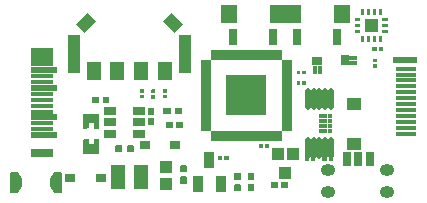
<source format=gtp>
G04 Layer: TopPasteMaskLayer*
G04 EasyEDA Pro v2.2.20.11, 2024-05-07 19:26:09*
G04 Gerber Generator version 0.3*
G04 Scale: 100 percent, Rotated: No, Reflected: No*
G04 Dimensions in millimeters*
G04 Leading zeros omitted, absolute positions, 3 integers and 5 decimals*
%FSLAX35Y35*%
%MOMM*%
%AMRect*21,1,$1,$2,0,0,$3*%
%ADD10C,0.4032*%
%ADD11R,0.65321X0.45321*%
%ADD12R,0.65321X0.9032*%
%ADD13R,0.45321X0.65321*%
%ADD14R,0.9032X0.65321*%
%ADD15R,1.1032X3.20319*%
%ADD16R,1.2032X1.5032*%
%ADD17Rect,1.4012X1.0032X45.0*%
%ADD18Rect,1.4032X1.0032X45.0*%
%ADD19Rect,1.4032X1.0032X-45.0*%
%ADD20R,0.8032X1.4032*%
%ADD21R,1.4032X1.5032*%
%ADD22R,1.0032X0.7352*%
%ADD23R,1.1032X1.0032*%
%ADD24R,0.9032X1.45321*%
%ADD25R,0.48321X0.9032*%
%ADD26R,0.9032X0.48321*%
%ADD27R,3.5052X3.5052*%
%ADD28R,1.26319X1.1332*%
%ADD29O,0.48321X1.82321*%
%ADD30R,1.0032X1.1032*%
%ADD31R,0.7032X1.2032*%
%ADD32O,1.2032X1.0032*%
%ADD33R,2.0X0.6*%
%ADD34R,1.8X0.3*%
%ADD35R,0.9X0.7*%
%ADD36R,0.9X0.7*%
%ADD37R,1.2032X2.0732*%
%ADD38R,2.2032X0.6032*%
%ADD39R,1.9032X0.45321*%
%ADD40R,1.9032X0.45321*%
%ADD41R,2.2032X0.6032*%
%ADD42R,1.9032X1.5032*%
%ADD43R,1.9032X0.8032*%
G75*


G04 PolygonModel Start*
G36*
G01X3022724Y9393217D02*
G01X3050324Y9393217D01*
G01X3052724Y9390817D01*
G01X3052724Y9364403D01*
G01X3050324Y9362006D01*
G01X3022724Y9362006D01*
G01X3020324Y9364403D01*
G01X3020324Y9390817D01*
G01X3022724Y9393217D01*
G37*
G36*
G01X3022724Y9409417D02*
G01X3050324Y9409417D01*
G01X3052724Y9411818D01*
G01X3052724Y9438231D01*
G01X3050324Y9440629D01*
G01X3022724Y9440629D01*
G01X3020324Y9438231D01*
G01X3020324Y9411818D01*
G01X3022724Y9409417D01*
G37*
G36*
G01X4992721Y9650717D02*
G01X5020320Y9650717D01*
G01X5022720Y9648317D01*
G01X5022720Y9621904D01*
G01X5020320Y9619506D01*
G01X4992721Y9619506D01*
G01X4990320Y9621904D01*
G01X4990320Y9648317D01*
G01X4992721Y9650717D01*
G37*
G36*
G01X4992721Y9666917D02*
G01X5020320Y9666917D01*
G01X5022720Y9669318D01*
G01X5022720Y9695731D01*
G01X5020320Y9698129D01*
G01X4992721Y9698129D01*
G01X4990320Y9695731D01*
G01X4990320Y9669318D01*
G01X4992721Y9666917D01*
G37*
G36*
G01X4375922Y9595117D02*
G01X4375922Y9567517D01*
G01X4373522Y9565117D01*
G01X4347108Y9565117D01*
G01X4344711Y9567517D01*
G01X4344711Y9595117D01*
G01X4347108Y9597517D01*
G01X4373522Y9597517D01*
G01X4375922Y9595117D01*
G37*
G36*
G01X4392122Y9595117D02*
G01X4392122Y9567517D01*
G01X4394523Y9565117D01*
G01X4420936Y9565117D01*
G01X4423334Y9567517D01*
G01X4423334Y9595117D01*
G01X4420936Y9597517D01*
G01X4394523Y9597517D01*
G01X4392122Y9595117D01*
G37*
G36*
G01X4375922Y9505117D02*
G01X4375922Y9477517D01*
G01X4373522Y9475117D01*
G01X4347108Y9475117D01*
G01X4344711Y9477517D01*
G01X4344711Y9505117D01*
G01X4347108Y9507517D01*
G01X4373522Y9507517D01*
G01X4375922Y9505117D01*
G37*
G36*
G01X4392122Y9505117D02*
G01X4392122Y9477517D01*
G01X4394523Y9475117D01*
G01X4420936Y9475117D01*
G01X4423334Y9477517D01*
G01X4423334Y9505117D01*
G01X4420936Y9507517D01*
G01X4394523Y9507517D01*
G01X4392122Y9505117D01*
G37*
G36*
G01X4058422Y8972619D02*
G01X4058422Y8945019D01*
G01X4056022Y8942619D01*
G01X4029608Y8942619D01*
G01X4027211Y8945019D01*
G01X4027211Y8972619D01*
G01X4029608Y8975019D01*
G01X4056022Y8975019D01*
G01X4058422Y8972619D01*
G37*
G36*
G01X4074622Y8972619D02*
G01X4074622Y8945019D01*
G01X4077023Y8942619D01*
G01X4103436Y8942619D01*
G01X4105834Y8945019D01*
G01X4105834Y8972619D01*
G01X4103436Y8975019D01*
G01X4077023Y8975019D01*
G01X4074622Y8972619D01*
G37*
G36*
G01X3212724Y9393217D02*
G01X3240324Y9393217D01*
G01X3242724Y9390817D01*
G01X3242724Y9364403D01*
G01X3240324Y9362006D01*
G01X3212724Y9362006D01*
G01X3210324Y9364403D01*
G01X3210324Y9390817D01*
G01X3212724Y9393217D01*
G37*
G36*
G01X3212724Y9409417D02*
G01X3240324Y9409417D01*
G01X3242724Y9411818D01*
G01X3242724Y9438231D01*
G01X3240324Y9440629D01*
G01X3212724Y9440629D01*
G01X3210324Y9438231D01*
G01X3210324Y9411818D01*
G01X3212724Y9409417D01*
G37*
G36*
G01X3116085Y9389900D02*
G01X3143684Y9389900D01*
G01X3146085Y9387500D01*
G01X3146085Y9361086D01*
G01X3143684Y9358688D01*
G01X3116085Y9358688D01*
G01X3113684Y9361086D01*
G01X3113684Y9387500D01*
G01X3116085Y9389900D01*
G37*
G36*
G01X3116085Y9406100D02*
G01X3143684Y9406100D01*
G01X3146085Y9408500D01*
G01X3146085Y9434914D01*
G01X3143684Y9437312D01*
G01X3116085Y9437312D01*
G01X3113684Y9434914D01*
G01X3113684Y9408500D01*
G01X3116085Y9406100D01*
G37*
G36*
G01X4188023Y8651819D02*
G01X4188023Y8605820D01*
G01X4184023Y8601819D01*
G01X4133959Y8601819D01*
G01X4129959Y8605820D01*
G01X4129959Y8651819D01*
G01X4133959Y8655820D01*
G01X4184023Y8655820D01*
G01X4188023Y8651819D01*
G37*
G36*
G01X4215023Y8651819D02*
G01X4215023Y8605820D01*
G01X4219024Y8601819D01*
G01X4269087Y8601819D01*
G01X4273088Y8605820D01*
G01X4273088Y8651819D01*
G01X4269087Y8655820D01*
G01X4219024Y8655820D01*
G01X4215023Y8651819D01*
G37*
G36*
G01X3088500Y9194000D02*
G01X3134500Y9194000D01*
G01X3138500Y9189999D01*
G01X3138500Y9139936D01*
G01X3134500Y9135936D01*
G01X3088500Y9135936D01*
G01X3084500Y9139936D01*
G01X3084500Y9189999D01*
G01X3088500Y9194000D01*
G37*
G36*
G01X3088500Y9221000D02*
G01X3134500Y9221000D01*
G01X3138500Y9225001D01*
G01X3138500Y9275064D01*
G01X3134500Y9279065D01*
G01X3088500Y9279065D01*
G01X3084500Y9275064D01*
G01X3084500Y9225001D01*
G01X3088500Y9221000D01*
G37*
G36*
G01X3293224Y9159319D02*
G01X3293224Y9113319D01*
G01X3289224Y9109319D01*
G01X3239160Y9109319D01*
G01X3235160Y9113319D01*
G01X3235160Y9159319D01*
G01X3239160Y9163319D01*
G01X3289224Y9163319D01*
G01X3293224Y9159319D01*
G37*
G36*
G01X3320225Y9159319D02*
G01X3320225Y9113319D01*
G01X3324225Y9109319D01*
G01X3374288Y9109319D01*
G01X3378289Y9113319D01*
G01X3378289Y9159319D01*
G01X3374288Y9163319D01*
G01X3324225Y9163319D01*
G01X3320225Y9159319D01*
G37*
G36*
G01X2673025Y9369318D02*
G01X2673025Y9323319D01*
G01X2669024Y9319318D01*
G01X2618961Y9319318D01*
G01X2614960Y9323319D01*
G01X2614960Y9369318D01*
G01X2618961Y9373319D01*
G01X2669024Y9373319D01*
G01X2673025Y9369318D01*
G37*
G36*
G01X2700025Y9369318D02*
G01X2700025Y9323319D01*
G01X2704026Y9319318D01*
G01X2754089Y9319318D01*
G01X2758089Y9323319D01*
G01X2758089Y9369318D01*
G01X2754089Y9373319D01*
G01X2704026Y9373319D01*
G01X2700025Y9369318D01*
G37*
G36*
G01X2668521Y8891316D02*
G01X2540523Y8891316D01*
G01X2535522Y8896317D01*
G01X2535522Y9011318D01*
G01X2540523Y9016317D01*
G01X2581526Y9016820D01*
G01X2581526Y8971818D01*
G01X2626525Y8971818D01*
G01X2626525Y9015819D01*
G01X2668521Y9016317D01*
G01X2673523Y9011318D01*
G01X2673523Y8896317D01*
G01X2668521Y8891316D01*
G37*
G36*
G01X2668521Y9106317D02*
G01X2626525Y9106319D01*
G01X2626525Y9150817D01*
G01X2581526Y9150817D01*
G01X2581526Y9106819D01*
G01X2540523Y9106317D01*
G01X2535522Y9111318D01*
G01X2535522Y9226316D01*
G01X2540523Y9231318D01*
G01X2668521Y9231318D01*
G01X2673523Y9226316D01*
G01X2673523Y9111318D01*
G01X2668521Y9106317D01*
G37*
G36*
G01X2256526Y8621171D02*
G01X2256526Y8676467D01*
G01X2289973Y8735220D01*
G01X2344900Y8735220D01*
G01X2354900Y8725220D01*
G01X2354900Y8572419D01*
G01X2344900Y8562419D01*
G01X2289973Y8562419D01*
G01X2256526Y8621171D01*
G37*
G36*
G01X2016526Y8621171D02*
G01X2016526Y8676467D01*
G01X1983080Y8735220D01*
G01X1928152Y8735220D01*
G01X1918152Y8725220D01*
G01X1918152Y8572419D01*
G01X1928152Y8562419D01*
G01X1983080Y8562419D01*
G01X2016526Y8621171D01*
G37*
G36*
G01X3819020Y8635815D02*
G01X3864021Y8635815D01*
G01X3869019Y8628817D01*
G01X3869019Y8580816D01*
G01X3864021Y8575815D01*
G01X3819020Y8575815D01*
G01X3814021Y8580816D01*
G01X3814021Y8628817D01*
G01X3819020Y8635815D01*
G37*
G36*
G01X3819020Y8731816D02*
G01X3864021Y8731816D01*
G01X3869019Y8726815D01*
G01X3869019Y8678817D01*
G01X3864021Y8671817D01*
G01X3819020Y8671817D01*
G01X3814021Y8678817D01*
G01X3814021Y8726815D01*
G01X3819020Y8731816D01*
G37*
G36*
G01X3312028Y9231315D02*
G01X3312028Y9276316D01*
G01X3319026Y9281315D01*
G01X3367027Y9281315D01*
G01X3372028Y9276316D01*
G01X3372028Y9231315D01*
G01X3367027Y9226316D01*
G01X3319026Y9226316D01*
G01X3312028Y9231315D01*
G37*
G36*
G01X3216026Y9231315D02*
G01X3216026Y9276316D01*
G01X3221027Y9281315D01*
G01X3269026Y9281315D01*
G01X3276026Y9276316D01*
G01X3276026Y9231315D01*
G01X3269026Y9226316D01*
G01X3221027Y9226316D01*
G01X3216026Y9231315D01*
G37*
G36*
G01X2904528Y8916317D02*
G01X2904528Y8961318D01*
G01X2911526Y8966317D01*
G01X2959527Y8966317D01*
G01X2964528Y8961318D01*
G01X2964528Y8916317D01*
G01X2959527Y8911318D01*
G01X2911526Y8911318D01*
G01X2904528Y8916317D01*
G37*
G36*
G01X2808526Y8916317D02*
G01X2808526Y8961318D01*
G01X2813528Y8966317D01*
G01X2861526Y8966317D01*
G01X2868526Y8961318D01*
G01X2868526Y8916317D01*
G01X2861526Y8911318D01*
G01X2813528Y8911318D01*
G01X2808526Y8916317D01*
G37*
G36*
G01X3364022Y8700816D02*
G01X3409023Y8700816D01*
G01X3414022Y8693818D01*
G01X3414022Y8645817D01*
G01X3409023Y8640816D01*
G01X3364022Y8640816D01*
G01X3359023Y8645817D01*
G01X3359023Y8693818D01*
G01X3364022Y8700816D01*
G37*
G36*
G01X3364022Y8796818D02*
G01X3409023Y8796818D01*
G01X3414022Y8791816D01*
G01X3414022Y8743818D01*
G01X3409023Y8736818D01*
G01X3364022Y8736818D01*
G01X3359023Y8743818D01*
G01X3359023Y8791816D01*
G01X3364022Y8796818D01*
G37*
G36*
G01X3934021Y8635815D02*
G01X3979022Y8635815D01*
G01X3984020Y8628817D01*
G01X3984020Y8580816D01*
G01X3979022Y8575815D01*
G01X3934021Y8575815D01*
G01X3929022Y8580816D01*
G01X3929022Y8628817D01*
G01X3934021Y8635815D01*
G37*
G36*
G01X3934021Y8731816D02*
G01X3979022Y8731816D01*
G01X3984020Y8726815D01*
G01X3984020Y8678817D01*
G01X3979022Y8671817D01*
G01X3934021Y8671817D01*
G01X3929022Y8678817D01*
G01X3929022Y8726815D01*
G01X3934021Y8731816D01*
G37*
G36*
G01X3729624Y8845019D02*
G01X3729624Y8872619D01*
G01X3732025Y8875019D01*
G01X3764968Y8875019D01*
G01X3767369Y8872619D01*
G01X3767369Y8845019D01*
G01X3764968Y8842619D01*
G01X3732025Y8842619D01*
G01X3729624Y8845019D01*
G37*
G36*
G01X3713424Y8845019D02*
G01X3713424Y8872619D01*
G01X3711024Y8875019D01*
G01X3678080Y8875019D01*
G01X3675680Y8872619D01*
G01X3675680Y8845019D01*
G01X3678080Y8842619D01*
G01X3711024Y8842619D01*
G01X3713424Y8845019D01*
G37*
G36*
G01X5020920Y9792617D02*
G01X5020920Y9765017D01*
G01X5018519Y9762617D01*
G01X4985576Y9762617D01*
G01X4983175Y9765017D01*
G01X4983175Y9792617D01*
G01X4985576Y9795017D01*
G01X5018519Y9795017D01*
G01X5020920Y9792617D01*
G37*
G36*
G01X5037120Y9792617D02*
G01X5037120Y9765017D01*
G01X5039520Y9762617D01*
G01X5072464Y9762617D01*
G01X5074864Y9765017D01*
G01X5074864Y9792617D01*
G01X5072464Y9795017D01*
G01X5039520Y9795017D01*
G01X5037120Y9792617D01*
G37*
G36*
G01X4448421Y8862619D02*
G01X4448421Y8835019D01*
G01X4446021Y8832619D01*
G01X4413077Y8832619D01*
G01X4410677Y8835019D01*
G01X4410677Y8862619D01*
G01X4413077Y8865019D01*
G01X4446021Y8865019D01*
G01X4448421Y8862619D01*
G37*
G36*
G01X4464622Y8862619D02*
G01X4464622Y8835019D01*
G01X4467022Y8832619D01*
G01X4499966Y8832619D01*
G01X4502366Y8835019D01*
G01X4502366Y8862619D01*
G01X4499966Y8865019D01*
G01X4467022Y8865019D01*
G01X4464622Y8862619D01*
G37*
G36*
G01X4614621Y8835019D02*
G01X4614621Y8862619D01*
G01X4617022Y8865019D01*
G01X4649965Y8865019D01*
G01X4652366Y8862619D01*
G01X4652366Y8835019D01*
G01X4649965Y8832619D01*
G01X4617022Y8832619D01*
G01X4614621Y8835019D01*
G37*
G36*
G01X4598421Y8835019D02*
G01X4598421Y8862619D01*
G01X4596021Y8865019D01*
G01X4563077Y8865019D01*
G01X4560677Y8862619D01*
G01X4560677Y8835019D01*
G01X4563077Y8832619D01*
G01X4596021Y8832619D01*
G01X4598421Y8835019D01*
G37*
G36*
G01X5031522Y9923816D02*
G01X4921519Y9923816D01*
G01X4921519Y10033818D01*
G01X5031522Y10033818D01*
G01X5031522Y9923816D01*
G37*
G36*
G01X5119520Y9914816D02*
G01X5069020Y9914816D01*
G01X5069020Y9942817D01*
G01X5119520Y9942817D01*
G01X5119520Y9914816D01*
G37*
G36*
G01X5119520Y9964816D02*
G01X5069020Y9964816D01*
G01X5069020Y9992817D01*
G01X5119520Y9992817D01*
G01X5119520Y9964816D01*
G37*
G36*
G01X5119520Y10014816D02*
G01X5069020Y10014816D01*
G01X5069020Y10042817D01*
G01X5119520Y10042817D01*
G01X5119520Y10014816D01*
G37*
G36*
G01X5065519Y10121816D02*
G01X5037521Y10121816D01*
G01X5037521Y10071316D01*
G01X5065519Y10071316D01*
G01X5065519Y10121816D01*
G37*
G36*
G01X5015520Y10121816D02*
G01X4987521Y10121816D01*
G01X4987521Y10071316D01*
G01X5015520Y10071316D01*
G01X5015520Y10121816D01*
G37*
G36*
G01X4965520Y10121816D02*
G01X4937521Y10121816D01*
G01X4937521Y10071316D01*
G01X4965520Y10071316D01*
G01X4965520Y10121816D01*
G37*
G36*
G01X4915520Y10121816D02*
G01X4887521Y10121816D01*
G01X4887521Y10071316D01*
G01X4915520Y10071316D01*
G01X4915520Y10121816D01*
G37*
G36*
G01X4833521Y10014816D02*
G01X4884021Y10014816D01*
G01X4884021Y10042817D01*
G01X4833521Y10042817D01*
G01X4833521Y10014816D01*
G37*
G36*
G01X4833521Y9964816D02*
G01X4884021Y9964816D01*
G01X4884021Y9992817D01*
G01X4833521Y9992817D01*
G01X4833521Y9964816D01*
G37*
G36*
G01X4833521Y9914816D02*
G01X4884021Y9914816D01*
G01X4884021Y9942817D01*
G01X4833521Y9942817D01*
G01X4833521Y9914816D01*
G37*
G36*
G01X4915520Y9886318D02*
G01X4887521Y9886318D01*
G01X4887521Y9835817D01*
G01X4915520Y9835817D01*
G01X4915520Y9886318D01*
G37*
G36*
G01X4965520Y9886318D02*
G01X4937521Y9886318D01*
G01X4937521Y9835817D01*
G01X4965520Y9835817D01*
G01X4965520Y9886318D01*
G37*
G36*
G01X5015520Y9886318D02*
G01X4987521Y9886318D01*
G01X4987521Y9835817D01*
G01X5015520Y9835817D01*
G01X5015520Y9886318D01*
G37*
G36*
G01X5065519Y9886318D02*
G01X5037521Y9886318D01*
G01X5037521Y9835817D01*
G01X5065519Y9835817D01*
G01X5065519Y9886318D01*
G37*

G04 Pad Start*
G54D10*
G01X4626508Y9088831D03*
G01X4586529Y9088831D03*
G01X4546524Y9088831D03*
G01X4546524Y9128811D03*
G01X4586529Y9128811D03*
G01X4626508Y9128811D03*
G01X4546524Y9168816D03*
G01X4546524Y9208821D03*
G01X4586529Y9168816D03*
G01X4626508Y9168816D03*
G01X4626508Y9208821D03*
G01X4586529Y9208821D03*
G54D11*
G01X4822901Y9662643D03*
G01X4822901Y9707651D03*
G54D12*
G01X4752899Y9685147D03*
G54D13*
G01X4496524Y9604299D03*
G01X4541533Y9604299D03*
G54D14*
G01X4519028Y9674301D03*
G54D15*
G01X3396513Y9740798D03*
G01X2456536Y9740798D03*
G54D16*
G01X2826487Y9595790D03*
G01X3026486Y9595790D03*
G01X2626512Y9595790D03*
G01X3226511Y9595790D03*
G54D18*
G01X2558517Y10001809D03*
G54D19*
G01X3294532Y10001860D03*
G54D20*
G01X4349013Y9883826D03*
G01X4689018Y9883826D03*
G54D21*
G01X4309034Y10078822D03*
G01X4729023Y10078822D03*
G54D20*
G01X3807013Y9883826D03*
G01X4147017Y9883826D03*
G54D21*
G01X3767033Y10078822D03*
G01X4187022Y10078822D03*
G54D22*
G01X3006522Y9063812D03*
G01X3006522Y9158808D03*
G01X3006522Y9253804D03*
G01X2766517Y9253804D03*
G01X2766517Y9158808D03*
G01X2766517Y9063812D03*
G54D23*
G01X3236519Y8778824D03*
G01X3236519Y8638819D03*
G54D24*
G01X3509035Y8638819D03*
G01X3699027Y8638819D03*
G01X3604031Y8838819D03*
G54D25*
G01X3641522Y9046083D03*
G01X3691534Y9046083D03*
G01X3741522Y9046083D03*
G01X3791534Y9046083D03*
G01X3841521Y9046083D03*
G01X3891534Y9046083D03*
G01X3941521Y9046083D03*
G01X3991534Y9046083D03*
G01X4041521Y9046083D03*
G01X4091534Y9046083D03*
G01X4141521Y9046083D03*
G01X4191533Y9046083D03*
G54D26*
G01X4259275Y9113799D03*
G01X4259275Y9163812D03*
G01X4259275Y9213799D03*
G01X4259275Y9263812D03*
G01X4259275Y9313799D03*
G01X4259275Y9363812D03*
G01X4259275Y9413799D03*
G01X4259275Y9463811D03*
G01X4259275Y9513799D03*
G01X4259275Y9563811D03*
G01X4259275Y9613798D03*
G01X4259275Y9663811D03*
G54D25*
G01X4191533Y9731553D03*
G01X4141521Y9731553D03*
G01X4091534Y9731553D03*
G01X4041521Y9731553D03*
G01X3991534Y9731553D03*
G01X3941521Y9731553D03*
G01X3891534Y9731553D03*
G01X3841521Y9731553D03*
G01X3791534Y9731553D03*
G01X3741522Y9731553D03*
G01X3691534Y9731553D03*
G01X3641522Y9731553D03*
G54D26*
G01X3573780Y9663811D03*
G01X3573780Y9613798D03*
G01X3573780Y9563811D03*
G01X3573780Y9513799D03*
G01X3573780Y9463811D03*
G01X3573780Y9413799D03*
G01X3573780Y9363812D03*
G01X3573780Y9313799D03*
G01X3573780Y9263812D03*
G01X3573780Y9213799D03*
G01X3573780Y9163812D03*
G01X3573780Y9113799D03*
G54D27*
G01X3916528Y9388805D03*
G54D28*
G01X4826533Y8975420D03*
G01X4826533Y9312427D03*
G54D29*
G01X4636516Y9359824D03*
G01X4586503Y9359824D03*
G01X4536516Y9359824D03*
G01X4486504Y9359824D03*
G01X4436516Y9359824D03*
G01X4636516Y8937828D03*
G01X4586503Y8937828D03*
G01X4536516Y8937828D03*
G01X4486504Y8937828D03*
G01X4436516Y8937828D03*
G54D30*
G01X4246517Y8728822D03*
G01X4181518Y8888816D03*
G01X4311515Y8888816D03*
G54D31*
G01X4766473Y8847209D03*
G01X4866472Y8847209D03*
G01X4966472Y8847209D03*
G54D32*
G01X4606467Y8755206D03*
G01X5108478Y8755206D03*
G01X4606467Y8567191D03*
G01X5108478Y8567191D03*
G54D33*
G01X5262728Y9683572D03*
G54D34*
G01X5272786Y9613570D03*
G01X5272786Y9563583D03*
G01X5272786Y9513595D03*
G01X5272786Y9463710D03*
G01X5272786Y9413672D03*
G01X5272786Y9363583D03*
G01X5272786Y9313596D03*
G01X5272786Y9263583D03*
G01X5272786Y9213596D03*
G01X5272786Y9163736D03*
G01X5272786Y9113698D03*
G01X5272786Y9063660D03*
G54D35*
G01X3316529Y8968816D03*
G01X3056534Y8968816D03*
G54D36*
G01X2426520Y8688822D03*
G01X2686515Y8688822D03*
G54D37*
G01X3024024Y8699500D03*
G01X2830125Y8699500D03*
G54D38*
G01X2204161Y9600159D03*
G54D39*
G01X2189175Y9550146D03*
G01X2189175Y9500159D03*
G54D38*
G01X2204187Y9450146D03*
G54D39*
G01X2189201Y9400134D03*
G01X2189201Y9350146D03*
G54D40*
G01X2189201Y9300134D03*
G01X2189201Y9250147D03*
G54D41*
G01X2204212Y9200134D03*
G54D40*
G01X2189226Y9150121D03*
G01X2189226Y9100134D03*
G54D41*
G01X2204237Y9050122D03*
G54D42*
G01X2189988Y9710268D03*
G54D43*
G01X2189988Y8903284D03*
G04 Pad End*

M02*


</source>
